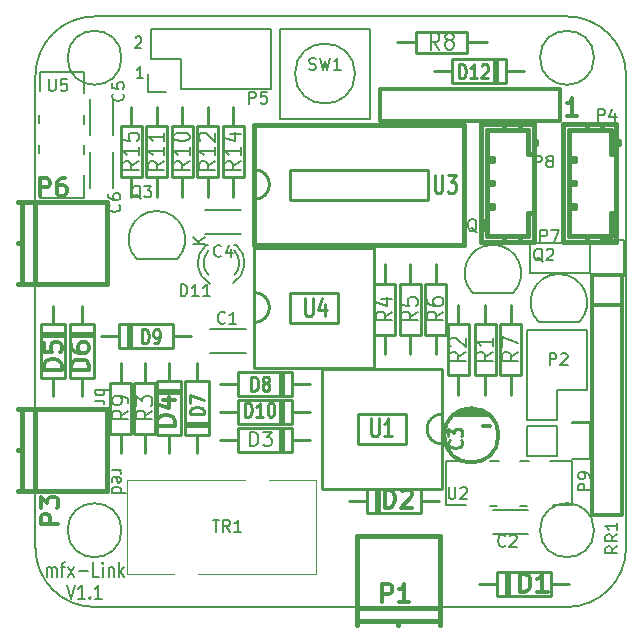
<source format=gto>
G04 #@! TF.FileFunction,Legend,Top*
%FSLAX46Y46*%
G04 Gerber Fmt 4.6, Leading zero omitted, Abs format (unit mm)*
G04 Created by KiCad (PCBNEW 4.0.2+dfsg1-stable) date Mi 26 Apr 2017 15:14:22 CEST*
%MOMM*%
G01*
G04 APERTURE LIST*
%ADD10C,0.100000*%
%ADD11C,0.200000*%
%ADD12C,0.300000*%
%ADD13C,0.150000*%
%ADD14C,0.254000*%
%ADD15C,0.381000*%
%ADD16C,0.317500*%
%ADD17C,0.304800*%
%ADD18C,0.285750*%
%ADD19C,0.287020*%
%ADD20C,0.250000*%
%ADD21C,0.203200*%
G04 APERTURE END LIST*
D10*
D11*
X95948905Y-127428357D02*
X95948905Y-126628357D01*
X95948905Y-126742643D02*
X95996524Y-126685500D01*
X96091762Y-126628357D01*
X96234620Y-126628357D01*
X96329858Y-126685500D01*
X96377477Y-126799786D01*
X96377477Y-127428357D01*
X96377477Y-126799786D02*
X96425096Y-126685500D01*
X96520334Y-126628357D01*
X96663191Y-126628357D01*
X96758429Y-126685500D01*
X96806048Y-126799786D01*
X96806048Y-127428357D01*
X97139381Y-126628357D02*
X97520333Y-126628357D01*
X97282238Y-127428357D02*
X97282238Y-126399786D01*
X97329857Y-126285500D01*
X97425095Y-126228357D01*
X97520333Y-126228357D01*
X97758429Y-127428357D02*
X98282239Y-126628357D01*
X97758429Y-126628357D02*
X98282239Y-127428357D01*
X98663191Y-126971214D02*
X99425096Y-126971214D01*
X100377477Y-127428357D02*
X99901286Y-127428357D01*
X99901286Y-126228357D01*
X100710810Y-127428357D02*
X100710810Y-126628357D01*
X100710810Y-126228357D02*
X100663191Y-126285500D01*
X100710810Y-126342643D01*
X100758429Y-126285500D01*
X100710810Y-126228357D01*
X100710810Y-126342643D01*
X101187000Y-126628357D02*
X101187000Y-127428357D01*
X101187000Y-126742643D02*
X101234619Y-126685500D01*
X101329857Y-126628357D01*
X101472715Y-126628357D01*
X101567953Y-126685500D01*
X101615572Y-126799786D01*
X101615572Y-127428357D01*
X102091762Y-127428357D02*
X102091762Y-126228357D01*
X102187000Y-126971214D02*
X102472715Y-127428357D01*
X102472715Y-126628357D02*
X102091762Y-127085500D01*
X97663191Y-128108357D02*
X97996524Y-129308357D01*
X98329858Y-128108357D01*
X99187001Y-129308357D02*
X98615572Y-129308357D01*
X98901286Y-129308357D02*
X98901286Y-128108357D01*
X98806048Y-128279786D01*
X98710810Y-128394071D01*
X98615572Y-128451214D01*
X99615572Y-129194071D02*
X99663191Y-129251214D01*
X99615572Y-129308357D01*
X99567953Y-129251214D01*
X99615572Y-129194071D01*
X99615572Y-129308357D01*
X100615572Y-129308357D02*
X100044143Y-129308357D01*
X100329857Y-129308357D02*
X100329857Y-128108357D01*
X100234619Y-128279786D01*
X100139381Y-128394071D01*
X100044143Y-128451214D01*
X104063772Y-85237581D02*
X103606629Y-85237581D01*
X103835200Y-85237581D02*
X103835200Y-84237581D01*
X103759010Y-84380438D01*
X103682819Y-84475676D01*
X103606629Y-84523295D01*
X103505029Y-81792819D02*
X103543124Y-81745200D01*
X103619315Y-81697581D01*
X103809791Y-81697581D01*
X103885981Y-81745200D01*
X103924077Y-81792819D01*
X103962172Y-81888057D01*
X103962172Y-81983295D01*
X103924077Y-82126152D01*
X103466934Y-82697581D01*
X103962172Y-82697581D01*
X100041143Y-111617190D02*
X101241143Y-111617190D01*
X100784000Y-111617190D02*
X100841143Y-111712428D01*
X100841143Y-111902905D01*
X100784000Y-111998143D01*
X100726857Y-112045762D01*
X100612571Y-112093381D01*
X100269714Y-112093381D01*
X100155429Y-112045762D01*
X100098286Y-111998143D01*
X100041143Y-111902905D01*
X100041143Y-111712428D01*
X100098286Y-111617190D01*
X100041143Y-112521952D02*
X100841143Y-112521952D01*
X100612571Y-112521952D02*
X100726857Y-112569571D01*
X100784000Y-112617190D01*
X100841143Y-112712428D01*
X100841143Y-112807667D01*
X101438143Y-118427619D02*
X102238143Y-118427619D01*
X102009571Y-118427619D02*
X102123857Y-118475238D01*
X102181000Y-118522857D01*
X102238143Y-118618095D01*
X102238143Y-118713334D01*
X101495286Y-119427620D02*
X101438143Y-119332382D01*
X101438143Y-119141905D01*
X101495286Y-119046667D01*
X101609571Y-118999048D01*
X102066714Y-118999048D01*
X102181000Y-119046667D01*
X102238143Y-119141905D01*
X102238143Y-119332382D01*
X102181000Y-119427620D01*
X102066714Y-119475239D01*
X101952429Y-119475239D01*
X101838143Y-118999048D01*
X101438143Y-120332382D02*
X102638143Y-120332382D01*
X101495286Y-120332382D02*
X101438143Y-120237144D01*
X101438143Y-120046667D01*
X101495286Y-119951429D01*
X101552429Y-119903810D01*
X101666714Y-119856191D01*
X102009571Y-119856191D01*
X102123857Y-119903810D01*
X102181000Y-119951429D01*
X102238143Y-120046667D01*
X102238143Y-120237144D01*
X102181000Y-120332382D01*
D12*
X140890572Y-88435571D02*
X140033429Y-88435571D01*
X140462001Y-88435571D02*
X140462001Y-86935571D01*
X140319144Y-87149857D01*
X140176286Y-87292714D01*
X140033429Y-87364143D01*
D13*
X100000000Y-80000000D02*
G75*
G03X95000000Y-85000000I0J-5000000D01*
G01*
X145000000Y-85000000D02*
G75*
G03X140000000Y-80000000I-5000000J0D01*
G01*
X140000000Y-130000000D02*
G75*
G03X145000000Y-125000000I0J5000000D01*
G01*
X95000000Y-125000000D02*
G75*
G03X100000000Y-130000000I5000000J0D01*
G01*
X95000000Y-85000000D02*
X95000000Y-125000000D01*
X140000000Y-80000000D02*
X100000000Y-80000000D01*
X145000000Y-125000000D02*
X145000000Y-85000000D01*
X100000000Y-130000000D02*
X140000000Y-130000000D01*
D14*
X122301000Y-113665000D02*
X126365000Y-113665000D01*
X126365000Y-116205000D02*
X122301000Y-116205000D01*
X119253000Y-109855000D02*
X129413000Y-109855000D01*
X119253000Y-120015000D02*
X129413000Y-120015000D01*
X128143000Y-114935000D02*
G75*
G03X129413000Y-116205000I1270000J0D01*
G01*
X129413000Y-113665000D02*
G75*
G03X128143000Y-114935000I0J-1270000D01*
G01*
X126365000Y-116205000D02*
X126365000Y-113665000D01*
X122301000Y-113665000D02*
X122301000Y-116205000D01*
X119253000Y-120015000D02*
X119253000Y-109855000D01*
X129413000Y-109855000D02*
X129413000Y-120015000D01*
X97472500Y-106807000D02*
X95440500Y-106807000D01*
X95440500Y-107061000D02*
X97472500Y-107061000D01*
X96456500Y-104521000D02*
X96456500Y-106045000D01*
X96456500Y-110617000D02*
X96456500Y-112141000D01*
X95440500Y-110617000D02*
X95440500Y-106045000D01*
X95440500Y-106045000D02*
X97472500Y-106045000D01*
X97472500Y-106045000D02*
X97472500Y-110617000D01*
X97472500Y-110617000D02*
X95440500Y-110617000D01*
D15*
X133708140Y-94206060D02*
X133207760Y-94206060D01*
X133708140Y-94007940D02*
X133708140Y-94206060D01*
X133207760Y-94007940D02*
X133708140Y-94007940D01*
X132709920Y-89105740D02*
X132709920Y-99108260D01*
X133207760Y-98607880D02*
X133207760Y-89606120D01*
X137208260Y-89105740D02*
X137208260Y-99108260D01*
X133708140Y-92204540D02*
X133207760Y-92204540D01*
X133708140Y-92006420D02*
X133708140Y-92204540D01*
X133207760Y-92006420D02*
X133708140Y-92006420D01*
X133207760Y-96006920D02*
X133708140Y-96006920D01*
X133708140Y-96006920D02*
X133708140Y-96205040D01*
X133708140Y-96205040D02*
X133207760Y-96205040D01*
X136009380Y-99108260D02*
X136009380Y-98607880D01*
X134708900Y-98607880D02*
X134708900Y-99108260D01*
X134708900Y-89606120D02*
X134708900Y-89105740D01*
X136009380Y-89606120D02*
X136009380Y-89105740D01*
X137208260Y-91605100D02*
X136707880Y-91605100D01*
X136707880Y-91605100D02*
X136707880Y-89606120D01*
X136707880Y-89606120D02*
X133207760Y-89606120D01*
X133207760Y-98607880D02*
X136707880Y-98607880D01*
X136707880Y-98607880D02*
X136707880Y-96608900D01*
X136707880Y-96608900D02*
X137208260Y-96608900D01*
X137208260Y-89105740D02*
X132709920Y-89105740D01*
X137208260Y-99108260D02*
X132709920Y-99108260D01*
X137208260Y-90805000D02*
X137408920Y-90805000D01*
X137408920Y-90805000D02*
X137408920Y-90505280D01*
X137408920Y-90505280D02*
X137208260Y-90505280D01*
D13*
X122047000Y-84836000D02*
G75*
G03X122047000Y-84836000I-2540000J0D01*
G01*
X115697000Y-81026000D02*
X123317000Y-81026000D01*
X123317000Y-81026000D02*
X123317000Y-88646000D01*
X123317000Y-88646000D02*
X115697000Y-88646000D01*
X115697000Y-81026000D02*
X115697000Y-88646000D01*
D15*
X125730000Y-131162000D02*
X125730000Y-131562000D01*
X122230000Y-130062000D02*
X129230000Y-130062000D01*
X122230000Y-131162000D02*
X129230000Y-131162000D01*
X122230000Y-123962000D02*
X122230000Y-131562000D01*
X129230000Y-131562000D02*
X129230000Y-123962000D01*
X129230000Y-123962000D02*
X122230000Y-123962000D01*
D13*
X102286000Y-83500000D02*
G75*
G03X102286000Y-83500000I-2286000J0D01*
G01*
X142286000Y-83500000D02*
G75*
G03X142286000Y-83500000I-2286000J0D01*
G01*
X142286000Y-123500000D02*
G75*
G03X142286000Y-123500000I-2286000J0D01*
G01*
X102286000Y-123500000D02*
G75*
G03X102286000Y-123500000I-2286000J0D01*
G01*
X107315000Y-86106000D02*
X114935000Y-86106000D01*
X114935000Y-86106000D02*
X114935000Y-81026000D01*
X114935000Y-81026000D02*
X104775000Y-81026000D01*
X104775000Y-81026000D02*
X104775000Y-83566000D01*
X104495000Y-84836000D02*
X104495000Y-86386000D01*
X104775000Y-83566000D02*
X107315000Y-83566000D01*
X107315000Y-83566000D02*
X107315000Y-86106000D01*
X104495000Y-86386000D02*
X106045000Y-86386000D01*
D14*
X134874000Y-127000000D02*
X134874000Y-129032000D01*
X135128000Y-129032000D02*
X135128000Y-127000000D01*
X132588000Y-128016000D02*
X134112000Y-128016000D01*
X138684000Y-128016000D02*
X140208000Y-128016000D01*
X138684000Y-129032000D02*
X134112000Y-129032000D01*
X134112000Y-129032000D02*
X134112000Y-127000000D01*
X134112000Y-127000000D02*
X138684000Y-127000000D01*
X138684000Y-127000000D02*
X138684000Y-129032000D01*
X123825000Y-120015000D02*
X123825000Y-122047000D01*
X124079000Y-122047000D02*
X124079000Y-120015000D01*
X121539000Y-121031000D02*
X123063000Y-121031000D01*
X127635000Y-121031000D02*
X129159000Y-121031000D01*
X127635000Y-122047000D02*
X123063000Y-122047000D01*
X123063000Y-122047000D02*
X123063000Y-120015000D01*
X123063000Y-120015000D02*
X127635000Y-120015000D01*
X127635000Y-120015000D02*
X127635000Y-122047000D01*
X115951000Y-116840000D02*
X115951000Y-114808000D01*
X115697000Y-114808000D02*
X115697000Y-116840000D01*
X118237000Y-115824000D02*
X116713000Y-115824000D01*
X112141000Y-115824000D02*
X110617000Y-115824000D01*
X112141000Y-114808000D02*
X116713000Y-114808000D01*
X116713000Y-114808000D02*
X116713000Y-116840000D01*
X116713000Y-116840000D02*
X112141000Y-116840000D01*
X112141000Y-116840000D02*
X112141000Y-114808000D01*
X107315000Y-111633000D02*
X105283000Y-111633000D01*
X105283000Y-111887000D02*
X107315000Y-111887000D01*
X106299000Y-109347000D02*
X106299000Y-110871000D01*
X106299000Y-115443000D02*
X106299000Y-116967000D01*
X105283000Y-115443000D02*
X105283000Y-110871000D01*
X105283000Y-110871000D02*
X107315000Y-110871000D01*
X107315000Y-110871000D02*
X107315000Y-115443000D01*
X107315000Y-115443000D02*
X105283000Y-115443000D01*
X99949000Y-106807000D02*
X97917000Y-106807000D01*
X97917000Y-107061000D02*
X99949000Y-107061000D01*
X98933000Y-104521000D02*
X98933000Y-106045000D01*
X98933000Y-110617000D02*
X98933000Y-112141000D01*
X97917000Y-110617000D02*
X97917000Y-106045000D01*
X97917000Y-106045000D02*
X99949000Y-106045000D01*
X99949000Y-106045000D02*
X99949000Y-110617000D01*
X99949000Y-110617000D02*
X97917000Y-110617000D01*
X107696000Y-114681000D02*
X109728000Y-114681000D01*
X109728000Y-114427000D02*
X107696000Y-114427000D01*
X108712000Y-116967000D02*
X108712000Y-115443000D01*
X108712000Y-110871000D02*
X108712000Y-109347000D01*
X109728000Y-110871000D02*
X109728000Y-115443000D01*
X109728000Y-115443000D02*
X107696000Y-115443000D01*
X107696000Y-115443000D02*
X107696000Y-110871000D01*
X107696000Y-110871000D02*
X109728000Y-110871000D01*
X115976400Y-112115600D02*
X115976400Y-110083600D01*
X115722400Y-110083600D02*
X115722400Y-112115600D01*
X118262400Y-111099600D02*
X116738400Y-111099600D01*
X112166400Y-111099600D02*
X110642400Y-111099600D01*
X112166400Y-110083600D02*
X116738400Y-110083600D01*
X116738400Y-110083600D02*
X116738400Y-112115600D01*
X116738400Y-112115600D02*
X112166400Y-112115600D01*
X112166400Y-112115600D02*
X112166400Y-110083600D01*
X102819200Y-106070400D02*
X102819200Y-108102400D01*
X103073200Y-108102400D02*
X103073200Y-106070400D01*
X100533200Y-107086400D02*
X102057200Y-107086400D01*
X106629200Y-107086400D02*
X108153200Y-107086400D01*
X106629200Y-108102400D02*
X102057200Y-108102400D01*
X102057200Y-108102400D02*
X102057200Y-106070400D01*
X102057200Y-106070400D02*
X106629200Y-106070400D01*
X106629200Y-106070400D02*
X106629200Y-108102400D01*
D13*
X141732000Y-111633000D02*
X141732000Y-106553000D01*
X142012000Y-114453000D02*
X140462000Y-114453000D01*
X139192000Y-114173000D02*
X139192000Y-111633000D01*
X139192000Y-111633000D02*
X141732000Y-111633000D01*
X141732000Y-106553000D02*
X136652000Y-106553000D01*
X136652000Y-106553000D02*
X136652000Y-111633000D01*
X142012000Y-114453000D02*
X142012000Y-112903000D01*
X136652000Y-114173000D02*
X139192000Y-114173000D01*
X136652000Y-111633000D02*
X136652000Y-114173000D01*
D14*
X133096000Y-110363000D02*
X133096000Y-112014000D01*
X133096000Y-106045000D02*
X133096000Y-104394000D01*
X133985000Y-106045000D02*
X132207000Y-106045000D01*
X132207000Y-106045000D02*
X132207000Y-110363000D01*
X132207000Y-110363000D02*
X133985000Y-110363000D01*
X133985000Y-110363000D02*
X133985000Y-106045000D01*
X130810000Y-110363000D02*
X130810000Y-112014000D01*
X130810000Y-106045000D02*
X130810000Y-104394000D01*
X131699000Y-106045000D02*
X129921000Y-106045000D01*
X129921000Y-106045000D02*
X129921000Y-110363000D01*
X129921000Y-110363000D02*
X131699000Y-110363000D01*
X131699000Y-110363000D02*
X131699000Y-106045000D01*
X104267000Y-110998000D02*
X104267000Y-109347000D01*
X104267000Y-115316000D02*
X104267000Y-116967000D01*
X103378000Y-115316000D02*
X105156000Y-115316000D01*
X105156000Y-115316000D02*
X105156000Y-110998000D01*
X105156000Y-110998000D02*
X103378000Y-110998000D01*
X103378000Y-110998000D02*
X103378000Y-115316000D01*
X124587000Y-106934000D02*
X124587000Y-108585000D01*
X124587000Y-102616000D02*
X124587000Y-100965000D01*
X125476000Y-102616000D02*
X123698000Y-102616000D01*
X123698000Y-102616000D02*
X123698000Y-106934000D01*
X123698000Y-106934000D02*
X125476000Y-106934000D01*
X125476000Y-106934000D02*
X125476000Y-102616000D01*
X126746000Y-106934000D02*
X126746000Y-108585000D01*
X126746000Y-102616000D02*
X126746000Y-100965000D01*
X127635000Y-102616000D02*
X125857000Y-102616000D01*
X125857000Y-102616000D02*
X125857000Y-106934000D01*
X125857000Y-106934000D02*
X127635000Y-106934000D01*
X127635000Y-106934000D02*
X127635000Y-102616000D01*
X128905000Y-106934000D02*
X128905000Y-108585000D01*
X128905000Y-102616000D02*
X128905000Y-100965000D01*
X129794000Y-102616000D02*
X128016000Y-102616000D01*
X128016000Y-102616000D02*
X128016000Y-106934000D01*
X128016000Y-106934000D02*
X129794000Y-106934000D01*
X129794000Y-106934000D02*
X129794000Y-102616000D01*
X135255000Y-110363000D02*
X135255000Y-112014000D01*
X135255000Y-106045000D02*
X135255000Y-104394000D01*
X136144000Y-106045000D02*
X134366000Y-106045000D01*
X134366000Y-106045000D02*
X134366000Y-110363000D01*
X134366000Y-110363000D02*
X136144000Y-110363000D01*
X136144000Y-110363000D02*
X136144000Y-106045000D01*
X131572000Y-82169000D02*
X133223000Y-82169000D01*
X127254000Y-82169000D02*
X125603000Y-82169000D01*
X127254000Y-81280000D02*
X127254000Y-83058000D01*
X127254000Y-83058000D02*
X131572000Y-83058000D01*
X131572000Y-83058000D02*
X131572000Y-81280000D01*
X131572000Y-81280000D02*
X127254000Y-81280000D01*
D16*
X144653000Y-101854000D02*
X144653000Y-122174000D01*
X142113000Y-122174000D02*
X142113000Y-101854000D01*
D17*
X144653000Y-104394000D02*
X142113000Y-104394000D01*
D16*
X144653000Y-122174000D02*
X142113000Y-122174000D01*
D17*
X142113000Y-101854000D02*
X144653000Y-101854000D01*
D10*
X106744000Y-127240800D02*
X102744000Y-127240800D01*
X118744000Y-127240800D02*
X108744000Y-127240800D01*
X112744000Y-119240800D02*
X102744000Y-119240800D01*
X118744000Y-119240800D02*
X114744000Y-119240800D01*
X102744000Y-119240800D02*
X102744000Y-127240800D01*
X118744000Y-119240800D02*
X118744000Y-127240800D01*
D14*
X115976400Y-114477800D02*
X115976400Y-112445800D01*
X115722400Y-112445800D02*
X115722400Y-114477800D01*
X118262400Y-113461800D02*
X116738400Y-113461800D01*
X112166400Y-113461800D02*
X110642400Y-113461800D01*
X112166400Y-112445800D02*
X116738400Y-112445800D01*
X116738400Y-112445800D02*
X116738400Y-114477800D01*
X116738400Y-114477800D02*
X112166400Y-114477800D01*
X112166400Y-114477800D02*
X112166400Y-112445800D01*
D13*
X109430000Y-99369000D02*
X109630000Y-99369000D01*
X112024000Y-99369000D02*
X111844000Y-99369000D01*
X111713643Y-102596744D02*
G75*
G03X112030000Y-99369000I-1003643J1727744D01*
G01*
X111843068Y-101921006D02*
G75*
G03X111844000Y-99818000I-1133068J1052006D01*
G01*
X109403274Y-99381780D02*
G75*
G03X109750000Y-102619000I1306726J-1497220D01*
G01*
X109630747Y-99855111D02*
G75*
G03X109650000Y-101903000I1079253J-1013889D01*
G01*
D17*
X139446000Y-86131400D02*
X124206000Y-86131400D01*
X124206000Y-86131400D02*
X124206000Y-88874600D01*
X124206000Y-88874600D02*
X139446000Y-88874600D01*
X139446000Y-88874600D02*
X139446000Y-86131400D01*
D15*
X93882000Y-99187000D02*
X93482000Y-99187000D01*
X94982000Y-95687000D02*
X94982000Y-102687000D01*
X93882000Y-95687000D02*
X93882000Y-102687000D01*
X101082000Y-95687000D02*
X93482000Y-95687000D01*
X93482000Y-102687000D02*
X101082000Y-102687000D01*
X101082000Y-102687000D02*
X101082000Y-95687000D01*
D14*
X102235000Y-110998000D02*
X102235000Y-109347000D01*
X102235000Y-115316000D02*
X102235000Y-116967000D01*
X101346000Y-115316000D02*
X103124000Y-115316000D01*
X103124000Y-115316000D02*
X103124000Y-110998000D01*
X103124000Y-110998000D02*
X101346000Y-110998000D01*
X101346000Y-110998000D02*
X101346000Y-115316000D01*
X107442000Y-93599000D02*
X107442000Y-95250000D01*
X107442000Y-89281000D02*
X107442000Y-87630000D01*
X108331000Y-89281000D02*
X106553000Y-89281000D01*
X106553000Y-89281000D02*
X106553000Y-93599000D01*
X106553000Y-93599000D02*
X108331000Y-93599000D01*
X108331000Y-93599000D02*
X108331000Y-89281000D01*
X105283000Y-93599000D02*
X105283000Y-95250000D01*
X105283000Y-89281000D02*
X105283000Y-87630000D01*
X106172000Y-89281000D02*
X104394000Y-89281000D01*
X104394000Y-89281000D02*
X104394000Y-93599000D01*
X104394000Y-93599000D02*
X106172000Y-93599000D01*
X106172000Y-93599000D02*
X106172000Y-89281000D01*
X109601000Y-93599000D02*
X109601000Y-95250000D01*
X109601000Y-89281000D02*
X109601000Y-87630000D01*
X110490000Y-89281000D02*
X108712000Y-89281000D01*
X108712000Y-89281000D02*
X108712000Y-93599000D01*
X108712000Y-93599000D02*
X110490000Y-93599000D01*
X110490000Y-93599000D02*
X110490000Y-89281000D01*
X111760000Y-93599000D02*
X111760000Y-95250000D01*
X111760000Y-89281000D02*
X111760000Y-87630000D01*
X112649000Y-89281000D02*
X110871000Y-89281000D01*
X110871000Y-89281000D02*
X110871000Y-93599000D01*
X110871000Y-93599000D02*
X112649000Y-93599000D01*
X112649000Y-93599000D02*
X112649000Y-89281000D01*
X103124000Y-89281000D02*
X103124000Y-87630000D01*
X103124000Y-93599000D02*
X103124000Y-95250000D01*
X102235000Y-93599000D02*
X104013000Y-93599000D01*
X104013000Y-93599000D02*
X104013000Y-89281000D01*
X104013000Y-89281000D02*
X102235000Y-89281000D01*
X102235000Y-89281000D02*
X102235000Y-93599000D01*
D13*
X141986000Y-99187000D02*
X136906000Y-99187000D01*
X136906000Y-99187000D02*
X136906000Y-101727000D01*
X136906000Y-101727000D02*
X141986000Y-101727000D01*
X144806000Y-102007000D02*
X143256000Y-102007000D01*
X141986000Y-101727000D02*
X141986000Y-99187000D01*
X143256000Y-98907000D02*
X144806000Y-98907000D01*
X144806000Y-98907000D02*
X144806000Y-102007000D01*
D14*
X120650000Y-105918000D02*
X116586000Y-105918000D01*
X116586000Y-103378000D02*
X120650000Y-103378000D01*
X123698000Y-109728000D02*
X113538000Y-109728000D01*
X123698000Y-99568000D02*
X113538000Y-99568000D01*
X114808000Y-104648000D02*
G75*
G03X113538000Y-103378000I-1270000J0D01*
G01*
X113538000Y-105918000D02*
G75*
G03X114808000Y-104648000I0J1270000D01*
G01*
X116586000Y-103378000D02*
X116586000Y-105918000D01*
X120650000Y-105918000D02*
X120650000Y-103378000D01*
X123698000Y-99568000D02*
X123698000Y-109728000D01*
X113538000Y-109728000D02*
X113538000Y-99568000D01*
D15*
X140693140Y-94206060D02*
X140192760Y-94206060D01*
X140693140Y-94007940D02*
X140693140Y-94206060D01*
X140192760Y-94007940D02*
X140693140Y-94007940D01*
X139694920Y-89105740D02*
X139694920Y-99108260D01*
X140192760Y-98607880D02*
X140192760Y-89606120D01*
X144193260Y-89105740D02*
X144193260Y-99108260D01*
X140693140Y-92204540D02*
X140192760Y-92204540D01*
X140693140Y-92006420D02*
X140693140Y-92204540D01*
X140192760Y-92006420D02*
X140693140Y-92006420D01*
X140192760Y-96006920D02*
X140693140Y-96006920D01*
X140693140Y-96006920D02*
X140693140Y-96205040D01*
X140693140Y-96205040D02*
X140192760Y-96205040D01*
X142994380Y-99108260D02*
X142994380Y-98607880D01*
X141693900Y-98607880D02*
X141693900Y-99108260D01*
X141693900Y-89606120D02*
X141693900Y-89105740D01*
X142994380Y-89606120D02*
X142994380Y-89105740D01*
X144193260Y-91605100D02*
X143692880Y-91605100D01*
X143692880Y-91605100D02*
X143692880Y-89606120D01*
X143692880Y-89606120D02*
X140192760Y-89606120D01*
X140192760Y-98607880D02*
X143692880Y-98607880D01*
X143692880Y-98607880D02*
X143692880Y-96608900D01*
X143692880Y-96608900D02*
X144193260Y-96608900D01*
X144193260Y-89105740D02*
X139694920Y-89105740D01*
X144193260Y-99108260D02*
X139694920Y-99108260D01*
X144193260Y-90805000D02*
X144393920Y-90805000D01*
X144393920Y-90805000D02*
X144393920Y-90505280D01*
X144393920Y-90505280D02*
X144193260Y-90505280D01*
D17*
X131202200Y-113368400D02*
X132602200Y-113368400D01*
X130702200Y-113568400D02*
X133102200Y-113568400D01*
X130402200Y-113768400D02*
X133402200Y-113768400D01*
D12*
X132902200Y-114668400D02*
X133502200Y-114668400D01*
D17*
X134202200Y-115468400D02*
G75*
G03X134202200Y-115468400I-2300000J0D01*
G01*
D13*
X139141200Y-117195600D02*
X136601200Y-117195600D01*
X141961200Y-117475600D02*
X140411200Y-117475600D01*
X139141200Y-117195600D02*
X139141200Y-114655600D01*
X140411200Y-114375600D02*
X141961200Y-114375600D01*
X141961200Y-114375600D02*
X141961200Y-117475600D01*
X139141200Y-114655600D02*
X136601200Y-114655600D01*
X136601200Y-114655600D02*
X136601200Y-117195600D01*
D14*
X134112000Y-85598000D02*
X134112000Y-83566000D01*
X133858000Y-83566000D02*
X133858000Y-85598000D01*
X136398000Y-84582000D02*
X134874000Y-84582000D01*
X130302000Y-84582000D02*
X128778000Y-84582000D01*
X130302000Y-83566000D02*
X134874000Y-83566000D01*
X134874000Y-83566000D02*
X134874000Y-85598000D01*
X134874000Y-85598000D02*
X130302000Y-85598000D01*
X130302000Y-85598000D02*
X130302000Y-83566000D01*
D15*
X131318000Y-89154000D02*
X113538000Y-89154000D01*
X113538000Y-99314000D02*
X131318000Y-99314000D01*
D14*
X128270000Y-95504000D02*
X116586000Y-95504000D01*
X116586000Y-92964000D02*
X128270000Y-92964000D01*
X114808000Y-94234000D02*
G75*
G03X113538000Y-92964000I-1270000J0D01*
G01*
X113538000Y-95504000D02*
G75*
G03X114808000Y-94234000I0J1270000D01*
G01*
X116586000Y-92964000D02*
X116586000Y-95504000D01*
X128270000Y-95504000D02*
X128270000Y-92964000D01*
D15*
X131318000Y-89154000D02*
X131318000Y-99314000D01*
X113538000Y-99314000D02*
X113538000Y-89154000D01*
D13*
X140462000Y-117678200D02*
X138557000Y-117678200D01*
X136017000Y-117678200D02*
X136779000Y-117678200D01*
X133604000Y-117678200D02*
X133477000Y-117678200D01*
X133604000Y-117678200D02*
X134239000Y-117678200D01*
X129794000Y-117678200D02*
X131572000Y-117678200D01*
X129794000Y-121361200D02*
X131445000Y-121361200D01*
X134112000Y-121488200D02*
X133477000Y-121488200D01*
X136652000Y-121488200D02*
X136017000Y-121488200D01*
X140462000Y-121361200D02*
X138811000Y-121361200D01*
X140462000Y-117678200D02*
X140462000Y-121361200D01*
X129794000Y-121361200D02*
X129794000Y-117678200D01*
X99098100Y-95364300D02*
X99098100Y-93459300D01*
X99098100Y-90919300D02*
X99098100Y-91681300D01*
X99098100Y-88506300D02*
X99098100Y-88379300D01*
X99098100Y-88506300D02*
X99098100Y-89141300D01*
X99098100Y-84696300D02*
X99098100Y-86474300D01*
X95415100Y-84696300D02*
X95415100Y-86347300D01*
X95288100Y-89014300D02*
X95288100Y-88379300D01*
X95288100Y-91554300D02*
X95288100Y-90919300D01*
X95415100Y-95364300D02*
X95415100Y-93713300D01*
X99098100Y-95364300D02*
X95415100Y-95364300D01*
X95415100Y-84696300D02*
X99098100Y-84696300D01*
D15*
X93882000Y-116713000D02*
X93482000Y-116713000D01*
X94982000Y-113213000D02*
X94982000Y-120213000D01*
X93882000Y-113213000D02*
X93882000Y-120213000D01*
X101082000Y-113213000D02*
X93482000Y-113213000D01*
X93482000Y-120213000D02*
X101082000Y-120213000D01*
X101082000Y-120213000D02*
X101082000Y-113213000D01*
D13*
X109782800Y-106496800D02*
X112782800Y-106496800D01*
X112782800Y-108488800D02*
X109782800Y-108488800D01*
X136724200Y-123779600D02*
X133724200Y-123779600D01*
X133724200Y-121787600D02*
X136724200Y-121787600D01*
X101580000Y-86999000D02*
X101580000Y-89999000D01*
X99588000Y-89999000D02*
X99588000Y-86999000D01*
X99588000Y-94484000D02*
X99588000Y-91484000D01*
X101580000Y-91484000D02*
X101580000Y-94484000D01*
X112391000Y-98405000D02*
X109391000Y-98405000D01*
X109391000Y-96413000D02*
X112391000Y-96413000D01*
X132031000Y-103427000D02*
X135431000Y-103427000D01*
X132033944Y-103424056D02*
G75*
G02X133731000Y-99327000I1697056J1697056D01*
G01*
X135428056Y-103424056D02*
G75*
G03X133731000Y-99327000I-1697056J1697056D01*
G01*
X103583000Y-100569500D02*
X106983000Y-100569500D01*
X103585944Y-100566556D02*
G75*
G02X105283000Y-96469500I1697056J1697056D01*
G01*
X106980056Y-100566556D02*
G75*
G03X105283000Y-96469500I-1697056J1697056D01*
G01*
X137619000Y-105903500D02*
X141019000Y-105903500D01*
X137621944Y-105900556D02*
G75*
G02X139319000Y-101803500I1697056J1697056D01*
G01*
X141016056Y-105900556D02*
G75*
G03X139319000Y-101803500I-1697056J1697056D01*
G01*
D18*
X123398643Y-114036929D02*
X123398643Y-115270643D01*
X123453071Y-115415786D01*
X123507500Y-115488357D01*
X123616357Y-115560929D01*
X123834071Y-115560929D01*
X123942929Y-115488357D01*
X123997357Y-115415786D01*
X124051786Y-115270643D01*
X124051786Y-114036929D01*
X125194786Y-115560929D02*
X124541643Y-115560929D01*
X124868215Y-115560929D02*
X124868215Y-114036929D01*
X124759358Y-114254643D01*
X124650500Y-114399786D01*
X124541643Y-114472357D01*
D19*
D17*
X97232289Y-109900357D02*
X95708289Y-109900357D01*
X95708289Y-109537500D01*
X95780860Y-109319785D01*
X95926003Y-109174643D01*
X96071146Y-109102071D01*
X96361431Y-109029500D01*
X96579146Y-109029500D01*
X96869431Y-109102071D01*
X97014574Y-109174643D01*
X97159717Y-109319785D01*
X97232289Y-109537500D01*
X97232289Y-109900357D01*
X95708289Y-107650643D02*
X95708289Y-108376357D01*
X96434003Y-108448928D01*
X96361431Y-108376357D01*
X96288860Y-108231214D01*
X96288860Y-107868357D01*
X96361431Y-107723214D01*
X96434003Y-107650643D01*
X96579146Y-107578071D01*
X96942003Y-107578071D01*
X97087146Y-107650643D01*
X97159717Y-107723214D01*
X97232289Y-107868357D01*
X97232289Y-108231214D01*
X97159717Y-108376357D01*
X97087146Y-108448928D01*
D11*
X137310905Y-92781381D02*
X137310905Y-91781381D01*
X137691858Y-91781381D01*
X137787096Y-91829000D01*
X137834715Y-91876619D01*
X137882334Y-91971857D01*
X137882334Y-92114714D01*
X137834715Y-92209952D01*
X137787096Y-92257571D01*
X137691858Y-92305190D01*
X137310905Y-92305190D01*
X138453762Y-92209952D02*
X138358524Y-92162333D01*
X138310905Y-92114714D01*
X138263286Y-92019476D01*
X138263286Y-91971857D01*
X138310905Y-91876619D01*
X138358524Y-91829000D01*
X138453762Y-91781381D01*
X138644239Y-91781381D01*
X138739477Y-91829000D01*
X138787096Y-91876619D01*
X138834715Y-91971857D01*
X138834715Y-92019476D01*
X138787096Y-92114714D01*
X138739477Y-92162333D01*
X138644239Y-92209952D01*
X138453762Y-92209952D01*
X138358524Y-92257571D01*
X138310905Y-92305190D01*
X138263286Y-92400429D01*
X138263286Y-92590905D01*
X138310905Y-92686143D01*
X138358524Y-92733762D01*
X138453762Y-92781381D01*
X138644239Y-92781381D01*
X138739477Y-92733762D01*
X138787096Y-92686143D01*
X138834715Y-92590905D01*
X138834715Y-92400429D01*
X138787096Y-92305190D01*
X138739477Y-92257571D01*
X138644239Y-92209952D01*
D13*
X118173667Y-84478762D02*
X118316524Y-84526381D01*
X118554620Y-84526381D01*
X118649858Y-84478762D01*
X118697477Y-84431143D01*
X118745096Y-84335905D01*
X118745096Y-84240667D01*
X118697477Y-84145429D01*
X118649858Y-84097810D01*
X118554620Y-84050190D01*
X118364143Y-84002571D01*
X118268905Y-83954952D01*
X118221286Y-83907333D01*
X118173667Y-83812095D01*
X118173667Y-83716857D01*
X118221286Y-83621619D01*
X118268905Y-83574000D01*
X118364143Y-83526381D01*
X118602239Y-83526381D01*
X118745096Y-83574000D01*
X119078429Y-83526381D02*
X119316524Y-84526381D01*
X119507001Y-83812095D01*
X119697477Y-84526381D01*
X119935572Y-83526381D01*
X120840334Y-84526381D02*
X120268905Y-84526381D01*
X120554619Y-84526381D02*
X120554619Y-83526381D01*
X120459381Y-83669238D01*
X120364143Y-83764476D01*
X120268905Y-83812095D01*
D12*
X124368858Y-129583571D02*
X124368858Y-128083571D01*
X124940286Y-128083571D01*
X125083144Y-128155000D01*
X125154572Y-128226429D01*
X125226001Y-128369286D01*
X125226001Y-128583571D01*
X125154572Y-128726429D01*
X125083144Y-128797857D01*
X124940286Y-128869286D01*
X124368858Y-128869286D01*
X126654572Y-129583571D02*
X125797429Y-129583571D01*
X126226001Y-129583571D02*
X126226001Y-128083571D01*
X126083144Y-128297857D01*
X125940286Y-128440714D01*
X125797429Y-128512143D01*
D13*
X113104705Y-87371181D02*
X113104705Y-86371181D01*
X113485658Y-86371181D01*
X113580896Y-86418800D01*
X113628515Y-86466419D01*
X113676134Y-86561657D01*
X113676134Y-86704514D01*
X113628515Y-86799752D01*
X113580896Y-86847371D01*
X113485658Y-86894990D01*
X113104705Y-86894990D01*
X114580896Y-86371181D02*
X114104705Y-86371181D01*
X114057086Y-86847371D01*
X114104705Y-86799752D01*
X114199943Y-86752133D01*
X114438039Y-86752133D01*
X114533277Y-86799752D01*
X114580896Y-86847371D01*
X114628515Y-86942610D01*
X114628515Y-87180705D01*
X114580896Y-87275943D01*
X114533277Y-87323562D01*
X114438039Y-87371181D01*
X114199943Y-87371181D01*
X114104705Y-87323562D01*
X114057086Y-87275943D01*
D17*
X136035143Y-128705429D02*
X136035143Y-127181429D01*
X136398000Y-127181429D01*
X136615715Y-127254000D01*
X136760857Y-127399143D01*
X136833429Y-127544286D01*
X136906000Y-127834571D01*
X136906000Y-128052286D01*
X136833429Y-128342571D01*
X136760857Y-128487714D01*
X136615715Y-128632857D01*
X136398000Y-128705429D01*
X136035143Y-128705429D01*
X138357429Y-128705429D02*
X137486572Y-128705429D01*
X137922000Y-128705429D02*
X137922000Y-127181429D01*
X137776857Y-127399143D01*
X137631715Y-127544286D01*
X137486572Y-127616857D01*
X124579743Y-121593429D02*
X124579743Y-120069429D01*
X124942600Y-120069429D01*
X125160315Y-120142000D01*
X125305457Y-120287143D01*
X125378029Y-120432286D01*
X125450600Y-120722571D01*
X125450600Y-120940286D01*
X125378029Y-121230571D01*
X125305457Y-121375714D01*
X125160315Y-121520857D01*
X124942600Y-121593429D01*
X124579743Y-121593429D01*
X126031172Y-120214571D02*
X126103743Y-120142000D01*
X126248886Y-120069429D01*
X126611743Y-120069429D01*
X126756886Y-120142000D01*
X126829457Y-120214571D01*
X126902029Y-120359714D01*
X126902029Y-120504857D01*
X126829457Y-120722571D01*
X125958600Y-121593429D01*
X126902029Y-121593429D01*
D11*
X113185686Y-116379557D02*
X113185686Y-115179557D01*
X113471401Y-115179557D01*
X113642829Y-115236700D01*
X113757115Y-115350986D01*
X113814258Y-115465271D01*
X113871401Y-115693843D01*
X113871401Y-115865271D01*
X113814258Y-116093843D01*
X113757115Y-116208129D01*
X113642829Y-116322414D01*
X113471401Y-116379557D01*
X113185686Y-116379557D01*
X114271401Y-115179557D02*
X115014258Y-115179557D01*
X114614258Y-115636700D01*
X114785686Y-115636700D01*
X114899972Y-115693843D01*
X114957115Y-115750986D01*
X115014258Y-115865271D01*
X115014258Y-116150986D01*
X114957115Y-116265271D01*
X114899972Y-116322414D01*
X114785686Y-116379557D01*
X114442829Y-116379557D01*
X114328543Y-116322414D01*
X114271401Y-116265271D01*
D17*
X106823329Y-114637457D02*
X105299329Y-114637457D01*
X105299329Y-114274600D01*
X105371900Y-114056885D01*
X105517043Y-113911743D01*
X105662186Y-113839171D01*
X105952471Y-113766600D01*
X106170186Y-113766600D01*
X106460471Y-113839171D01*
X106605614Y-113911743D01*
X106750757Y-114056885D01*
X106823329Y-114274600D01*
X106823329Y-114637457D01*
X105807329Y-112460314D02*
X106823329Y-112460314D01*
X105226757Y-112823171D02*
X106315329Y-113186028D01*
X106315329Y-112242600D01*
X99541149Y-109925757D02*
X98017149Y-109925757D01*
X98017149Y-109562900D01*
X98089720Y-109345185D01*
X98234863Y-109200043D01*
X98380006Y-109127471D01*
X98670291Y-109054900D01*
X98888006Y-109054900D01*
X99178291Y-109127471D01*
X99323434Y-109200043D01*
X99468577Y-109345185D01*
X99541149Y-109562900D01*
X99541149Y-109925757D01*
X98017149Y-107748614D02*
X98017149Y-108038900D01*
X98089720Y-108184043D01*
X98162291Y-108256614D01*
X98380006Y-108401757D01*
X98670291Y-108474328D01*
X99250863Y-108474328D01*
X99396006Y-108401757D01*
X99468577Y-108329185D01*
X99541149Y-108184043D01*
X99541149Y-107893757D01*
X99468577Y-107748614D01*
X99396006Y-107676043D01*
X99250863Y-107603471D01*
X98888006Y-107603471D01*
X98742863Y-107676043D01*
X98670291Y-107748614D01*
X98597720Y-107893757D01*
X98597720Y-108184043D01*
X98670291Y-108329185D01*
X98742863Y-108401757D01*
X98888006Y-108474328D01*
D20*
X109280257Y-113651255D02*
X108080257Y-113651255D01*
X108080257Y-113413160D01*
X108137400Y-113270302D01*
X108251686Y-113175064D01*
X108365971Y-113127445D01*
X108594543Y-113079826D01*
X108765971Y-113079826D01*
X108994543Y-113127445D01*
X109108829Y-113175064D01*
X109223114Y-113270302D01*
X109280257Y-113413160D01*
X109280257Y-113651255D01*
X108080257Y-112746493D02*
X108080257Y-112079826D01*
X109280257Y-112508398D01*
X113282505Y-111711037D02*
X113282505Y-110511037D01*
X113520600Y-110511037D01*
X113663458Y-110568180D01*
X113758696Y-110682466D01*
X113806315Y-110796751D01*
X113853934Y-111025323D01*
X113853934Y-111196751D01*
X113806315Y-111425323D01*
X113758696Y-111539609D01*
X113663458Y-111653894D01*
X113520600Y-111711037D01*
X113282505Y-111711037D01*
X114425362Y-111025323D02*
X114330124Y-110968180D01*
X114282505Y-110911037D01*
X114234886Y-110796751D01*
X114234886Y-110739609D01*
X114282505Y-110625323D01*
X114330124Y-110568180D01*
X114425362Y-110511037D01*
X114615839Y-110511037D01*
X114711077Y-110568180D01*
X114758696Y-110625323D01*
X114806315Y-110739609D01*
X114806315Y-110796751D01*
X114758696Y-110911037D01*
X114711077Y-110968180D01*
X114615839Y-111025323D01*
X114425362Y-111025323D01*
X114330124Y-111082466D01*
X114282505Y-111139609D01*
X114234886Y-111253894D01*
X114234886Y-111482466D01*
X114282505Y-111596751D01*
X114330124Y-111653894D01*
X114425362Y-111711037D01*
X114615839Y-111711037D01*
X114711077Y-111653894D01*
X114758696Y-111596751D01*
X114806315Y-111482466D01*
X114806315Y-111253894D01*
X114758696Y-111139609D01*
X114711077Y-111082466D01*
X114615839Y-111025323D01*
X104024205Y-107685137D02*
X104024205Y-106485137D01*
X104262300Y-106485137D01*
X104405158Y-106542280D01*
X104500396Y-106656566D01*
X104548015Y-106770851D01*
X104595634Y-106999423D01*
X104595634Y-107170851D01*
X104548015Y-107399423D01*
X104500396Y-107513709D01*
X104405158Y-107627994D01*
X104262300Y-107685137D01*
X104024205Y-107685137D01*
X105071824Y-107685137D02*
X105262300Y-107685137D01*
X105357539Y-107627994D01*
X105405158Y-107570851D01*
X105500396Y-107399423D01*
X105548015Y-107170851D01*
X105548015Y-106713709D01*
X105500396Y-106599423D01*
X105452777Y-106542280D01*
X105357539Y-106485137D01*
X105167062Y-106485137D01*
X105071824Y-106542280D01*
X105024205Y-106599423D01*
X104976586Y-106713709D01*
X104976586Y-106999423D01*
X105024205Y-107113709D01*
X105071824Y-107170851D01*
X105167062Y-107227994D01*
X105357539Y-107227994D01*
X105452777Y-107170851D01*
X105500396Y-107113709D01*
X105548015Y-106999423D01*
D13*
X138530105Y-109519981D02*
X138530105Y-108519981D01*
X138911058Y-108519981D01*
X139006296Y-108567600D01*
X139053915Y-108615219D01*
X139101534Y-108710457D01*
X139101534Y-108853314D01*
X139053915Y-108948552D01*
X139006296Y-108996171D01*
X138911058Y-109043790D01*
X138530105Y-109043790D01*
X139482486Y-108615219D02*
X139530105Y-108567600D01*
X139625343Y-108519981D01*
X139863439Y-108519981D01*
X139958677Y-108567600D01*
X140006296Y-108615219D01*
X140053915Y-108710457D01*
X140053915Y-108805695D01*
X140006296Y-108948552D01*
X139434867Y-109519981D01*
X140053915Y-109519981D01*
D21*
X133727976Y-108415667D02*
X133062738Y-108839000D01*
X133727976Y-109141381D02*
X132330976Y-109141381D01*
X132330976Y-108657572D01*
X132397500Y-108536619D01*
X132464024Y-108476143D01*
X132597071Y-108415667D01*
X132796643Y-108415667D01*
X132929690Y-108476143D01*
X132996214Y-108536619D01*
X133062738Y-108657572D01*
X133062738Y-109141381D01*
X133727976Y-107206143D02*
X133727976Y-107931857D01*
X133727976Y-107569000D02*
X132330976Y-107569000D01*
X132530548Y-107689952D01*
X132663595Y-107810905D01*
X132730119Y-107931857D01*
X131441976Y-108415667D02*
X130776738Y-108839000D01*
X131441976Y-109141381D02*
X130044976Y-109141381D01*
X130044976Y-108657572D01*
X130111500Y-108536619D01*
X130178024Y-108476143D01*
X130311071Y-108415667D01*
X130510643Y-108415667D01*
X130643690Y-108476143D01*
X130710214Y-108536619D01*
X130776738Y-108657572D01*
X130776738Y-109141381D01*
X130178024Y-107931857D02*
X130111500Y-107871381D01*
X130044976Y-107750429D01*
X130044976Y-107448048D01*
X130111500Y-107327095D01*
X130178024Y-107266619D01*
X130311071Y-107206143D01*
X130444119Y-107206143D01*
X130643690Y-107266619D01*
X131441976Y-107992333D01*
X131441976Y-107206143D01*
X104898976Y-113368667D02*
X104233738Y-113792000D01*
X104898976Y-114094381D02*
X103501976Y-114094381D01*
X103501976Y-113610572D01*
X103568500Y-113489619D01*
X103635024Y-113429143D01*
X103768071Y-113368667D01*
X103967643Y-113368667D01*
X104100690Y-113429143D01*
X104167214Y-113489619D01*
X104233738Y-113610572D01*
X104233738Y-114094381D01*
X103501976Y-112945333D02*
X103501976Y-112159143D01*
X104034167Y-112582476D01*
X104034167Y-112401048D01*
X104100690Y-112280095D01*
X104167214Y-112219619D01*
X104300262Y-112159143D01*
X104632881Y-112159143D01*
X104765929Y-112219619D01*
X104832452Y-112280095D01*
X104898976Y-112401048D01*
X104898976Y-112763905D01*
X104832452Y-112884857D01*
X104765929Y-112945333D01*
X125218976Y-104986667D02*
X124553738Y-105410000D01*
X125218976Y-105712381D02*
X123821976Y-105712381D01*
X123821976Y-105228572D01*
X123888500Y-105107619D01*
X123955024Y-105047143D01*
X124088071Y-104986667D01*
X124287643Y-104986667D01*
X124420690Y-105047143D01*
X124487214Y-105107619D01*
X124553738Y-105228572D01*
X124553738Y-105712381D01*
X124287643Y-103898095D02*
X125218976Y-103898095D01*
X123755452Y-104200476D02*
X124753310Y-104502857D01*
X124753310Y-103716667D01*
X127377976Y-104986667D02*
X126712738Y-105410000D01*
X127377976Y-105712381D02*
X125980976Y-105712381D01*
X125980976Y-105228572D01*
X126047500Y-105107619D01*
X126114024Y-105047143D01*
X126247071Y-104986667D01*
X126446643Y-104986667D01*
X126579690Y-105047143D01*
X126646214Y-105107619D01*
X126712738Y-105228572D01*
X126712738Y-105712381D01*
X125980976Y-103837619D02*
X125980976Y-104442381D01*
X126646214Y-104502857D01*
X126579690Y-104442381D01*
X126513167Y-104321429D01*
X126513167Y-104019048D01*
X126579690Y-103898095D01*
X126646214Y-103837619D01*
X126779262Y-103777143D01*
X127111881Y-103777143D01*
X127244929Y-103837619D01*
X127311452Y-103898095D01*
X127377976Y-104019048D01*
X127377976Y-104321429D01*
X127311452Y-104442381D01*
X127244929Y-104502857D01*
X129536976Y-104986667D02*
X128871738Y-105410000D01*
X129536976Y-105712381D02*
X128139976Y-105712381D01*
X128139976Y-105228572D01*
X128206500Y-105107619D01*
X128273024Y-105047143D01*
X128406071Y-104986667D01*
X128605643Y-104986667D01*
X128738690Y-105047143D01*
X128805214Y-105107619D01*
X128871738Y-105228572D01*
X128871738Y-105712381D01*
X128139976Y-103898095D02*
X128139976Y-104140000D01*
X128206500Y-104260952D01*
X128273024Y-104321429D01*
X128472595Y-104442381D01*
X128738690Y-104502857D01*
X129270881Y-104502857D01*
X129403929Y-104442381D01*
X129470452Y-104381905D01*
X129536976Y-104260952D01*
X129536976Y-104019048D01*
X129470452Y-103898095D01*
X129403929Y-103837619D01*
X129270881Y-103777143D01*
X128938262Y-103777143D01*
X128805214Y-103837619D01*
X128738690Y-103898095D01*
X128672167Y-104019048D01*
X128672167Y-104260952D01*
X128738690Y-104381905D01*
X128805214Y-104442381D01*
X128938262Y-104502857D01*
X135886976Y-108415667D02*
X135221738Y-108839000D01*
X135886976Y-109141381D02*
X134489976Y-109141381D01*
X134489976Y-108657572D01*
X134556500Y-108536619D01*
X134623024Y-108476143D01*
X134756071Y-108415667D01*
X134955643Y-108415667D01*
X135088690Y-108476143D01*
X135155214Y-108536619D01*
X135221738Y-108657572D01*
X135221738Y-109141381D01*
X134489976Y-107992333D02*
X134489976Y-107145667D01*
X135886976Y-107689952D01*
X129201333Y-82800976D02*
X128778000Y-82135738D01*
X128475619Y-82800976D02*
X128475619Y-81403976D01*
X128959428Y-81403976D01*
X129080381Y-81470500D01*
X129140857Y-81537024D01*
X129201333Y-81670071D01*
X129201333Y-81869643D01*
X129140857Y-82002690D01*
X129080381Y-82069214D01*
X128959428Y-82135738D01*
X128475619Y-82135738D01*
X129927048Y-82002690D02*
X129806095Y-81936167D01*
X129745619Y-81869643D01*
X129685143Y-81736595D01*
X129685143Y-81670071D01*
X129745619Y-81537024D01*
X129806095Y-81470500D01*
X129927048Y-81403976D01*
X130168952Y-81403976D01*
X130289905Y-81470500D01*
X130350381Y-81537024D01*
X130410857Y-81670071D01*
X130410857Y-81736595D01*
X130350381Y-81869643D01*
X130289905Y-81936167D01*
X130168952Y-82002690D01*
X129927048Y-82002690D01*
X129806095Y-82069214D01*
X129745619Y-82135738D01*
X129685143Y-82268786D01*
X129685143Y-82534881D01*
X129745619Y-82667929D01*
X129806095Y-82734452D01*
X129927048Y-82800976D01*
X130168952Y-82800976D01*
X130289905Y-82734452D01*
X130350381Y-82667929D01*
X130410857Y-82534881D01*
X130410857Y-82268786D01*
X130350381Y-82135738D01*
X130289905Y-82069214D01*
X130168952Y-82002690D01*
X144274419Y-124863013D02*
X143790610Y-125201679D01*
X144274419Y-125443584D02*
X143258419Y-125443584D01*
X143258419Y-125056537D01*
X143306800Y-124959775D01*
X143355181Y-124911394D01*
X143451943Y-124863013D01*
X143597086Y-124863013D01*
X143693848Y-124911394D01*
X143742229Y-124959775D01*
X143790610Y-125056537D01*
X143790610Y-125443584D01*
X144274419Y-123847013D02*
X143790610Y-124185679D01*
X144274419Y-124427584D02*
X143258419Y-124427584D01*
X143258419Y-124040537D01*
X143306800Y-123943775D01*
X143355181Y-123895394D01*
X143451943Y-123847013D01*
X143597086Y-123847013D01*
X143693848Y-123895394D01*
X143742229Y-123943775D01*
X143790610Y-124040537D01*
X143790610Y-124427584D01*
X144274419Y-122879394D02*
X144274419Y-123459965D01*
X144274419Y-123169679D02*
X143258419Y-123169679D01*
X143403562Y-123266441D01*
X143500324Y-123363203D01*
X143548705Y-123459965D01*
D13*
X109990095Y-122642381D02*
X110561524Y-122642381D01*
X110275809Y-123642381D02*
X110275809Y-122642381D01*
X111466286Y-123642381D02*
X111132952Y-123166190D01*
X110894857Y-123642381D02*
X110894857Y-122642381D01*
X111275810Y-122642381D01*
X111371048Y-122690000D01*
X111418667Y-122737619D01*
X111466286Y-122832857D01*
X111466286Y-122975714D01*
X111418667Y-123070952D01*
X111371048Y-123118571D01*
X111275810Y-123166190D01*
X110894857Y-123166190D01*
X112418667Y-123642381D02*
X111847238Y-123642381D01*
X112132952Y-123642381D02*
X112132952Y-122642381D01*
X112037714Y-122785238D01*
X111942476Y-122880476D01*
X111847238Y-122928095D01*
D20*
X112742814Y-113903057D02*
X112742814Y-112703057D01*
X112980909Y-112703057D01*
X113123767Y-112760200D01*
X113219005Y-112874486D01*
X113266624Y-112988771D01*
X113314243Y-113217343D01*
X113314243Y-113388771D01*
X113266624Y-113617343D01*
X113219005Y-113731629D01*
X113123767Y-113845914D01*
X112980909Y-113903057D01*
X112742814Y-113903057D01*
X114266624Y-113903057D02*
X113695195Y-113903057D01*
X113980909Y-113903057D02*
X113980909Y-112703057D01*
X113885671Y-112874486D01*
X113790433Y-112988771D01*
X113695195Y-113045914D01*
X114885671Y-112703057D02*
X114980910Y-112703057D01*
X115076148Y-112760200D01*
X115123767Y-112817343D01*
X115171386Y-112931629D01*
X115219005Y-113160200D01*
X115219005Y-113445914D01*
X115171386Y-113674486D01*
X115123767Y-113788771D01*
X115076148Y-113845914D01*
X114980910Y-113903057D01*
X114885671Y-113903057D01*
X114790433Y-113845914D01*
X114742814Y-113788771D01*
X114695195Y-113674486D01*
X114647576Y-113445914D01*
X114647576Y-113160200D01*
X114695195Y-112931629D01*
X114742814Y-112817343D01*
X114790433Y-112760200D01*
X114885671Y-112703057D01*
D13*
X107294514Y-103677981D02*
X107294514Y-102677981D01*
X107532609Y-102677981D01*
X107675467Y-102725600D01*
X107770705Y-102820838D01*
X107818324Y-102916076D01*
X107865943Y-103106552D01*
X107865943Y-103249410D01*
X107818324Y-103439886D01*
X107770705Y-103535124D01*
X107675467Y-103630362D01*
X107532609Y-103677981D01*
X107294514Y-103677981D01*
X108818324Y-103677981D02*
X108246895Y-103677981D01*
X108532609Y-103677981D02*
X108532609Y-102677981D01*
X108437371Y-102820838D01*
X108342133Y-102916076D01*
X108246895Y-102963695D01*
X109770705Y-103677981D02*
X109199276Y-103677981D01*
X109484990Y-103677981D02*
X109484990Y-102677981D01*
X109389752Y-102820838D01*
X109294514Y-102916076D01*
X109199276Y-102963695D01*
X109316781Y-99271105D02*
X108316781Y-99271105D01*
X109316781Y-98699676D02*
X108745352Y-99128248D01*
X108316781Y-98699676D02*
X108888210Y-99271105D01*
D12*
X95362058Y-95191971D02*
X95362058Y-93691971D01*
X95933486Y-93691971D01*
X96076344Y-93763400D01*
X96147772Y-93834829D01*
X96219201Y-93977686D01*
X96219201Y-94191971D01*
X96147772Y-94334829D01*
X96076344Y-94406257D01*
X95933486Y-94477686D01*
X95362058Y-94477686D01*
X97504915Y-93691971D02*
X97219201Y-93691971D01*
X97076344Y-93763400D01*
X97004915Y-93834829D01*
X96862058Y-94049114D01*
X96790629Y-94334829D01*
X96790629Y-94906257D01*
X96862058Y-95049114D01*
X96933486Y-95120543D01*
X97076344Y-95191971D01*
X97362058Y-95191971D01*
X97504915Y-95120543D01*
X97576344Y-95049114D01*
X97647772Y-94906257D01*
X97647772Y-94549114D01*
X97576344Y-94406257D01*
X97504915Y-94334829D01*
X97362058Y-94263400D01*
X97076344Y-94263400D01*
X96933486Y-94334829D01*
X96862058Y-94406257D01*
X96790629Y-94549114D01*
D21*
X102866976Y-113368667D02*
X102201738Y-113792000D01*
X102866976Y-114094381D02*
X101469976Y-114094381D01*
X101469976Y-113610572D01*
X101536500Y-113489619D01*
X101603024Y-113429143D01*
X101736071Y-113368667D01*
X101935643Y-113368667D01*
X102068690Y-113429143D01*
X102135214Y-113489619D01*
X102201738Y-113610572D01*
X102201738Y-114094381D01*
X102866976Y-112763905D02*
X102866976Y-112522000D01*
X102800452Y-112401048D01*
X102733929Y-112340572D01*
X102534357Y-112219619D01*
X102268262Y-112159143D01*
X101736071Y-112159143D01*
X101603024Y-112219619D01*
X101536500Y-112280095D01*
X101469976Y-112401048D01*
X101469976Y-112642952D01*
X101536500Y-112763905D01*
X101603024Y-112824381D01*
X101736071Y-112884857D01*
X102068690Y-112884857D01*
X102201738Y-112824381D01*
X102268262Y-112763905D01*
X102334786Y-112642952D01*
X102334786Y-112401048D01*
X102268262Y-112280095D01*
X102201738Y-112219619D01*
X102068690Y-112159143D01*
X108073976Y-92256429D02*
X107408738Y-92679762D01*
X108073976Y-92982143D02*
X106676976Y-92982143D01*
X106676976Y-92498334D01*
X106743500Y-92377381D01*
X106810024Y-92316905D01*
X106943071Y-92256429D01*
X107142643Y-92256429D01*
X107275690Y-92316905D01*
X107342214Y-92377381D01*
X107408738Y-92498334D01*
X107408738Y-92982143D01*
X108073976Y-91046905D02*
X108073976Y-91772619D01*
X108073976Y-91409762D02*
X106676976Y-91409762D01*
X106876548Y-91530714D01*
X107009595Y-91651667D01*
X107076119Y-91772619D01*
X106676976Y-90260714D02*
X106676976Y-90139762D01*
X106743500Y-90018810D01*
X106810024Y-89958333D01*
X106943071Y-89897857D01*
X107209167Y-89837381D01*
X107541786Y-89837381D01*
X107807881Y-89897857D01*
X107940929Y-89958333D01*
X108007452Y-90018810D01*
X108073976Y-90139762D01*
X108073976Y-90260714D01*
X108007452Y-90381667D01*
X107940929Y-90442143D01*
X107807881Y-90502619D01*
X107541786Y-90563095D01*
X107209167Y-90563095D01*
X106943071Y-90502619D01*
X106810024Y-90442143D01*
X106743500Y-90381667D01*
X106676976Y-90260714D01*
X105914976Y-92256429D02*
X105249738Y-92679762D01*
X105914976Y-92982143D02*
X104517976Y-92982143D01*
X104517976Y-92498334D01*
X104584500Y-92377381D01*
X104651024Y-92316905D01*
X104784071Y-92256429D01*
X104983643Y-92256429D01*
X105116690Y-92316905D01*
X105183214Y-92377381D01*
X105249738Y-92498334D01*
X105249738Y-92982143D01*
X105914976Y-91046905D02*
X105914976Y-91772619D01*
X105914976Y-91409762D02*
X104517976Y-91409762D01*
X104717548Y-91530714D01*
X104850595Y-91651667D01*
X104917119Y-91772619D01*
X105914976Y-89837381D02*
X105914976Y-90563095D01*
X105914976Y-90200238D02*
X104517976Y-90200238D01*
X104717548Y-90321190D01*
X104850595Y-90442143D01*
X104917119Y-90563095D01*
X110232976Y-92256429D02*
X109567738Y-92679762D01*
X110232976Y-92982143D02*
X108835976Y-92982143D01*
X108835976Y-92498334D01*
X108902500Y-92377381D01*
X108969024Y-92316905D01*
X109102071Y-92256429D01*
X109301643Y-92256429D01*
X109434690Y-92316905D01*
X109501214Y-92377381D01*
X109567738Y-92498334D01*
X109567738Y-92982143D01*
X110232976Y-91046905D02*
X110232976Y-91772619D01*
X110232976Y-91409762D02*
X108835976Y-91409762D01*
X109035548Y-91530714D01*
X109168595Y-91651667D01*
X109235119Y-91772619D01*
X108969024Y-90563095D02*
X108902500Y-90502619D01*
X108835976Y-90381667D01*
X108835976Y-90079286D01*
X108902500Y-89958333D01*
X108969024Y-89897857D01*
X109102071Y-89837381D01*
X109235119Y-89837381D01*
X109434690Y-89897857D01*
X110232976Y-90623571D01*
X110232976Y-89837381D01*
X112391976Y-92256429D02*
X111726738Y-92679762D01*
X112391976Y-92982143D02*
X110994976Y-92982143D01*
X110994976Y-92498334D01*
X111061500Y-92377381D01*
X111128024Y-92316905D01*
X111261071Y-92256429D01*
X111460643Y-92256429D01*
X111593690Y-92316905D01*
X111660214Y-92377381D01*
X111726738Y-92498334D01*
X111726738Y-92982143D01*
X112391976Y-91046905D02*
X112391976Y-91772619D01*
X112391976Y-91409762D02*
X110994976Y-91409762D01*
X111194548Y-91530714D01*
X111327595Y-91651667D01*
X111394119Y-91772619D01*
X111460643Y-89958333D02*
X112391976Y-89958333D01*
X110928452Y-90260714D02*
X111926310Y-90563095D01*
X111926310Y-89776905D01*
X103755976Y-92256429D02*
X103090738Y-92679762D01*
X103755976Y-92982143D02*
X102358976Y-92982143D01*
X102358976Y-92498334D01*
X102425500Y-92377381D01*
X102492024Y-92316905D01*
X102625071Y-92256429D01*
X102824643Y-92256429D01*
X102957690Y-92316905D01*
X103024214Y-92377381D01*
X103090738Y-92498334D01*
X103090738Y-92982143D01*
X103755976Y-91046905D02*
X103755976Y-91772619D01*
X103755976Y-91409762D02*
X102358976Y-91409762D01*
X102558548Y-91530714D01*
X102691595Y-91651667D01*
X102758119Y-91772619D01*
X102358976Y-89897857D02*
X102358976Y-90502619D01*
X103024214Y-90563095D01*
X102957690Y-90502619D01*
X102891167Y-90381667D01*
X102891167Y-90079286D01*
X102957690Y-89958333D01*
X103024214Y-89897857D01*
X103157262Y-89837381D01*
X103489881Y-89837381D01*
X103622929Y-89897857D01*
X103689452Y-89958333D01*
X103755976Y-90079286D01*
X103755976Y-90381667D01*
X103689452Y-90502619D01*
X103622929Y-90563095D01*
D13*
X137755405Y-99067881D02*
X137755405Y-98067881D01*
X138136358Y-98067881D01*
X138231596Y-98115500D01*
X138279215Y-98163119D01*
X138326834Y-98258357D01*
X138326834Y-98401214D01*
X138279215Y-98496452D01*
X138231596Y-98544071D01*
X138136358Y-98591690D01*
X137755405Y-98591690D01*
X138660167Y-98067881D02*
X139326834Y-98067881D01*
X138898262Y-99067881D01*
D18*
X117810643Y-103876929D02*
X117810643Y-105110643D01*
X117865071Y-105255786D01*
X117919500Y-105328357D01*
X118028357Y-105400929D01*
X118246071Y-105400929D01*
X118354929Y-105328357D01*
X118409357Y-105255786D01*
X118463786Y-105110643D01*
X118463786Y-103876929D01*
X119497929Y-104384929D02*
X119497929Y-105400929D01*
X119225786Y-103804357D02*
X118953643Y-104892929D01*
X119661215Y-104892929D01*
D19*
D11*
X142644905Y-88844381D02*
X142644905Y-87844381D01*
X143025858Y-87844381D01*
X143121096Y-87892000D01*
X143168715Y-87939619D01*
X143216334Y-88034857D01*
X143216334Y-88177714D01*
X143168715Y-88272952D01*
X143121096Y-88320571D01*
X143025858Y-88368190D01*
X142644905Y-88368190D01*
X144073477Y-88177714D02*
X144073477Y-88844381D01*
X143835381Y-87796762D02*
X143597286Y-88511048D01*
X144216334Y-88511048D01*
D20*
X131035371Y-115889066D02*
X131092514Y-115936685D01*
X131149657Y-116079542D01*
X131149657Y-116174780D01*
X131092514Y-116317638D01*
X130978229Y-116412876D01*
X130863943Y-116460495D01*
X130635371Y-116508114D01*
X130463943Y-116508114D01*
X130235371Y-116460495D01*
X130121086Y-116412876D01*
X130006800Y-116317638D01*
X129949657Y-116174780D01*
X129949657Y-116079542D01*
X130006800Y-115936685D01*
X130063943Y-115889066D01*
X129949657Y-115555733D02*
X129949657Y-114936685D01*
X130406800Y-115270019D01*
X130406800Y-115127161D01*
X130463943Y-115031923D01*
X130521086Y-114984304D01*
X130635371Y-114936685D01*
X130921086Y-114936685D01*
X131035371Y-114984304D01*
X131092514Y-115031923D01*
X131149657Y-115127161D01*
X131149657Y-115412876D01*
X131092514Y-115508114D01*
X131035371Y-115555733D01*
D13*
X141930381Y-120118095D02*
X140930381Y-120118095D01*
X140930381Y-119737142D01*
X140978000Y-119641904D01*
X141025619Y-119594285D01*
X141120857Y-119546666D01*
X141263714Y-119546666D01*
X141358952Y-119594285D01*
X141406571Y-119641904D01*
X141454190Y-119737142D01*
X141454190Y-120118095D01*
X141930381Y-119070476D02*
X141930381Y-118880000D01*
X141882762Y-118784761D01*
X141835143Y-118737142D01*
X141692286Y-118641904D01*
X141501810Y-118594285D01*
X141120857Y-118594285D01*
X141025619Y-118641904D01*
X140978000Y-118689523D01*
X140930381Y-118784761D01*
X140930381Y-118975238D01*
X140978000Y-119070476D01*
X141025619Y-119118095D01*
X141120857Y-119165714D01*
X141358952Y-119165714D01*
X141454190Y-119118095D01*
X141501810Y-119070476D01*
X141549429Y-118975238D01*
X141549429Y-118784761D01*
X141501810Y-118689523D01*
X141454190Y-118641904D01*
X141358952Y-118594285D01*
D20*
X130865714Y-85251857D02*
X130865714Y-84051857D01*
X131103809Y-84051857D01*
X131246667Y-84109000D01*
X131341905Y-84223286D01*
X131389524Y-84337571D01*
X131437143Y-84566143D01*
X131437143Y-84737571D01*
X131389524Y-84966143D01*
X131341905Y-85080429D01*
X131246667Y-85194714D01*
X131103809Y-85251857D01*
X130865714Y-85251857D01*
X132389524Y-85251857D02*
X131818095Y-85251857D01*
X132103809Y-85251857D02*
X132103809Y-84051857D01*
X132008571Y-84223286D01*
X131913333Y-84337571D01*
X131818095Y-84394714D01*
X132770476Y-84166143D02*
X132818095Y-84109000D01*
X132913333Y-84051857D01*
X133151429Y-84051857D01*
X133246667Y-84109000D01*
X133294286Y-84166143D01*
X133341905Y-84280429D01*
X133341905Y-84394714D01*
X133294286Y-84566143D01*
X132722857Y-85251857D01*
X133341905Y-85251857D01*
D18*
X128796143Y-93399429D02*
X128796143Y-94633143D01*
X128850571Y-94778286D01*
X128905000Y-94850857D01*
X129013857Y-94923429D01*
X129231571Y-94923429D01*
X129340429Y-94850857D01*
X129394857Y-94778286D01*
X129449286Y-94633143D01*
X129449286Y-93399429D01*
X129884715Y-93399429D02*
X130592286Y-93399429D01*
X130211286Y-93980000D01*
X130374572Y-93980000D01*
X130483429Y-94052571D01*
X130537858Y-94125143D01*
X130592286Y-94270286D01*
X130592286Y-94633143D01*
X130537858Y-94778286D01*
X130483429Y-94850857D01*
X130374572Y-94923429D01*
X130048000Y-94923429D01*
X129939143Y-94850857D01*
X129884715Y-94778286D01*
D19*
D13*
X129984595Y-119861081D02*
X129984595Y-120670605D01*
X130032214Y-120765843D01*
X130079833Y-120813462D01*
X130175071Y-120861081D01*
X130365548Y-120861081D01*
X130460786Y-120813462D01*
X130508405Y-120765843D01*
X130556024Y-120670605D01*
X130556024Y-119861081D01*
X130984595Y-119956319D02*
X131032214Y-119908700D01*
X131127452Y-119861081D01*
X131365548Y-119861081D01*
X131460786Y-119908700D01*
X131508405Y-119956319D01*
X131556024Y-120051557D01*
X131556024Y-120146795D01*
X131508405Y-120289652D01*
X130936976Y-120861081D01*
X131556024Y-120861081D01*
X96139095Y-85304381D02*
X96139095Y-86113905D01*
X96186714Y-86209143D01*
X96234333Y-86256762D01*
X96329571Y-86304381D01*
X96520048Y-86304381D01*
X96615286Y-86256762D01*
X96662905Y-86209143D01*
X96710524Y-86113905D01*
X96710524Y-85304381D01*
X97662905Y-85304381D02*
X97186714Y-85304381D01*
X97139095Y-85780571D01*
X97186714Y-85732952D01*
X97281952Y-85685333D01*
X97520048Y-85685333D01*
X97615286Y-85732952D01*
X97662905Y-85780571D01*
X97710524Y-85875810D01*
X97710524Y-86113905D01*
X97662905Y-86209143D01*
X97615286Y-86256762D01*
X97520048Y-86304381D01*
X97281952Y-86304381D01*
X97186714Y-86256762D01*
X97139095Y-86209143D01*
D12*
X96944571Y-122963642D02*
X95444571Y-122963642D01*
X95444571Y-122392214D01*
X95516000Y-122249356D01*
X95587429Y-122177928D01*
X95730286Y-122106499D01*
X95944571Y-122106499D01*
X96087429Y-122177928D01*
X96158857Y-122249356D01*
X96230286Y-122392214D01*
X96230286Y-122963642D01*
X95444571Y-121606499D02*
X95444571Y-120677928D01*
X96016000Y-121177928D01*
X96016000Y-120963642D01*
X96087429Y-120820785D01*
X96158857Y-120749356D01*
X96301714Y-120677928D01*
X96658857Y-120677928D01*
X96801714Y-120749356D01*
X96873143Y-120820785D01*
X96944571Y-120963642D01*
X96944571Y-121392214D01*
X96873143Y-121535071D01*
X96801714Y-121606499D01*
D13*
X111034534Y-105919543D02*
X110986915Y-105967162D01*
X110844058Y-106014781D01*
X110748820Y-106014781D01*
X110605962Y-105967162D01*
X110510724Y-105871924D01*
X110463105Y-105776686D01*
X110415486Y-105586210D01*
X110415486Y-105443352D01*
X110463105Y-105252876D01*
X110510724Y-105157638D01*
X110605962Y-105062400D01*
X110748820Y-105014781D01*
X110844058Y-105014781D01*
X110986915Y-105062400D01*
X111034534Y-105110019D01*
X111986915Y-106014781D02*
X111415486Y-106014781D01*
X111701200Y-106014781D02*
X111701200Y-105014781D01*
X111605962Y-105157638D01*
X111510724Y-105252876D01*
X111415486Y-105300495D01*
X134783534Y-124791743D02*
X134735915Y-124839362D01*
X134593058Y-124886981D01*
X134497820Y-124886981D01*
X134354962Y-124839362D01*
X134259724Y-124744124D01*
X134212105Y-124648886D01*
X134164486Y-124458410D01*
X134164486Y-124315552D01*
X134212105Y-124125076D01*
X134259724Y-124029838D01*
X134354962Y-123934600D01*
X134497820Y-123886981D01*
X134593058Y-123886981D01*
X134735915Y-123934600D01*
X134783534Y-123982219D01*
X135164486Y-123982219D02*
X135212105Y-123934600D01*
X135307343Y-123886981D01*
X135545439Y-123886981D01*
X135640677Y-123934600D01*
X135688296Y-123982219D01*
X135735915Y-124077457D01*
X135735915Y-124172695D01*
X135688296Y-124315552D01*
X135116867Y-124886981D01*
X135735915Y-124886981D01*
X102401643Y-86526666D02*
X102449262Y-86574285D01*
X102496881Y-86717142D01*
X102496881Y-86812380D01*
X102449262Y-86955238D01*
X102354024Y-87050476D01*
X102258786Y-87098095D01*
X102068310Y-87145714D01*
X101925452Y-87145714D01*
X101734976Y-87098095D01*
X101639738Y-87050476D01*
X101544500Y-86955238D01*
X101496881Y-86812380D01*
X101496881Y-86717142D01*
X101544500Y-86574285D01*
X101592119Y-86526666D01*
X101496881Y-85621904D02*
X101496881Y-86098095D01*
X101973071Y-86145714D01*
X101925452Y-86098095D01*
X101877833Y-86002857D01*
X101877833Y-85764761D01*
X101925452Y-85669523D01*
X101973071Y-85621904D01*
X102068310Y-85574285D01*
X102306405Y-85574285D01*
X102401643Y-85621904D01*
X102449262Y-85669523D01*
X102496881Y-85764761D01*
X102496881Y-86002857D01*
X102449262Y-86098095D01*
X102401643Y-86145714D01*
X102084143Y-95924666D02*
X102131762Y-95972285D01*
X102179381Y-96115142D01*
X102179381Y-96210380D01*
X102131762Y-96353238D01*
X102036524Y-96448476D01*
X101941286Y-96496095D01*
X101750810Y-96543714D01*
X101607952Y-96543714D01*
X101417476Y-96496095D01*
X101322238Y-96448476D01*
X101227000Y-96353238D01*
X101179381Y-96210380D01*
X101179381Y-96115142D01*
X101227000Y-95972285D01*
X101274619Y-95924666D01*
X101179381Y-95067523D02*
X101179381Y-95258000D01*
X101227000Y-95353238D01*
X101274619Y-95400857D01*
X101417476Y-95496095D01*
X101607952Y-95543714D01*
X101988905Y-95543714D01*
X102084143Y-95496095D01*
X102131762Y-95448476D01*
X102179381Y-95353238D01*
X102179381Y-95162761D01*
X102131762Y-95067523D01*
X102084143Y-95019904D01*
X101988905Y-94972285D01*
X101750810Y-94972285D01*
X101655571Y-95019904D01*
X101607952Y-95067523D01*
X101560333Y-95162761D01*
X101560333Y-95353238D01*
X101607952Y-95448476D01*
X101655571Y-95496095D01*
X101750810Y-95543714D01*
X110724334Y-100266143D02*
X110676715Y-100313762D01*
X110533858Y-100361381D01*
X110438620Y-100361381D01*
X110295762Y-100313762D01*
X110200524Y-100218524D01*
X110152905Y-100123286D01*
X110105286Y-99932810D01*
X110105286Y-99789952D01*
X110152905Y-99599476D01*
X110200524Y-99504238D01*
X110295762Y-99409000D01*
X110438620Y-99361381D01*
X110533858Y-99361381D01*
X110676715Y-99409000D01*
X110724334Y-99456619D01*
X111581477Y-99694714D02*
X111581477Y-100361381D01*
X111343381Y-99313762D02*
X111105286Y-100028048D01*
X111724334Y-100028048D01*
X132365762Y-98274619D02*
X132270524Y-98227000D01*
X132175286Y-98131762D01*
X132032429Y-97988905D01*
X131937190Y-97941286D01*
X131841952Y-97941286D01*
X131889571Y-98179381D02*
X131794333Y-98131762D01*
X131699095Y-98036524D01*
X131651476Y-97846048D01*
X131651476Y-97512714D01*
X131699095Y-97322238D01*
X131794333Y-97227000D01*
X131889571Y-97179381D01*
X132080048Y-97179381D01*
X132175286Y-97227000D01*
X132270524Y-97322238D01*
X132318143Y-97512714D01*
X132318143Y-97846048D01*
X132270524Y-98036524D01*
X132175286Y-98131762D01*
X132080048Y-98179381D01*
X131889571Y-98179381D01*
X133270524Y-98179381D02*
X132699095Y-98179381D01*
X132984809Y-98179381D02*
X132984809Y-97179381D01*
X132889571Y-97322238D01*
X132794333Y-97417476D01*
X132699095Y-97465095D01*
X103917762Y-95417119D02*
X103822524Y-95369500D01*
X103727286Y-95274262D01*
X103584429Y-95131405D01*
X103489190Y-95083786D01*
X103393952Y-95083786D01*
X103441571Y-95321881D02*
X103346333Y-95274262D01*
X103251095Y-95179024D01*
X103203476Y-94988548D01*
X103203476Y-94655214D01*
X103251095Y-94464738D01*
X103346333Y-94369500D01*
X103441571Y-94321881D01*
X103632048Y-94321881D01*
X103727286Y-94369500D01*
X103822524Y-94464738D01*
X103870143Y-94655214D01*
X103870143Y-94988548D01*
X103822524Y-95179024D01*
X103727286Y-95274262D01*
X103632048Y-95321881D01*
X103441571Y-95321881D01*
X104203476Y-94321881D02*
X104822524Y-94321881D01*
X104489190Y-94702833D01*
X104632048Y-94702833D01*
X104727286Y-94750452D01*
X104774905Y-94798071D01*
X104822524Y-94893310D01*
X104822524Y-95131405D01*
X104774905Y-95226643D01*
X104727286Y-95274262D01*
X104632048Y-95321881D01*
X104346333Y-95321881D01*
X104251095Y-95274262D01*
X104203476Y-95226643D01*
X137953762Y-100751119D02*
X137858524Y-100703500D01*
X137763286Y-100608262D01*
X137620429Y-100465405D01*
X137525190Y-100417786D01*
X137429952Y-100417786D01*
X137477571Y-100655881D02*
X137382333Y-100608262D01*
X137287095Y-100513024D01*
X137239476Y-100322548D01*
X137239476Y-99989214D01*
X137287095Y-99798738D01*
X137382333Y-99703500D01*
X137477571Y-99655881D01*
X137668048Y-99655881D01*
X137763286Y-99703500D01*
X137858524Y-99798738D01*
X137906143Y-99989214D01*
X137906143Y-100322548D01*
X137858524Y-100513024D01*
X137763286Y-100608262D01*
X137668048Y-100655881D01*
X137477571Y-100655881D01*
X138287095Y-99751119D02*
X138334714Y-99703500D01*
X138429952Y-99655881D01*
X138668048Y-99655881D01*
X138763286Y-99703500D01*
X138810905Y-99751119D01*
X138858524Y-99846357D01*
X138858524Y-99941595D01*
X138810905Y-100084452D01*
X138239476Y-100655881D01*
X138858524Y-100655881D01*
M02*

</source>
